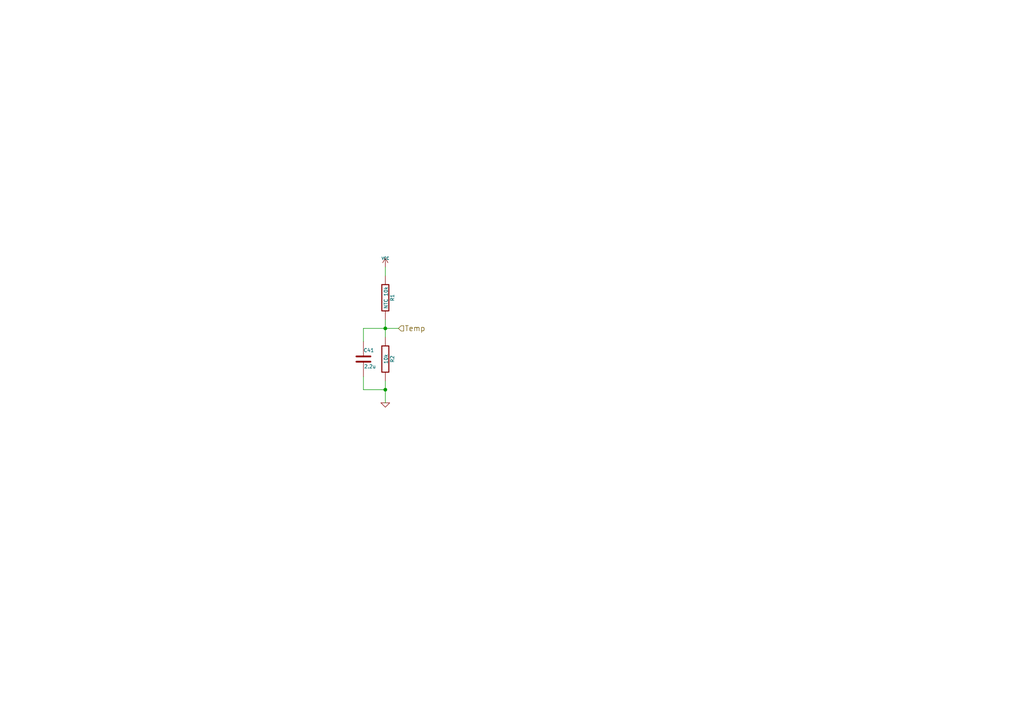
<source format=kicad_sch>
(kicad_sch (version 20211123) (generator eeschema)
  (paper "A4")
  (title_block (title "BLDC Driver 4.11") (date "21 aug 2015") (rev "4.12") (company "Benjamin Vedder"))
  (lib_symbols
    (symbol "BLDC_4-rescue:C-RESCUE-BLDC_4" (pin_numbers hide) (pin_names (offset 0.254))
      (property "Reference" "C" (at 0 2.54 0))
      (property "Value" "C-RESCUE-BLDC_4" (at 0.1524 -2.159 0))
      (symbol "C-RESCUE-BLDC_4_0_1"
        (polyline (pts (xy -2.032 -0.762) (xy 2.032 -0.762)) (stroke (width 0.508)))
        (polyline (pts (xy -2.032 0.762) (xy 2.032 0.762)) (stroke (width 0.508)))
      )
      (symbol "C-RESCUE-BLDC_4_1_1"
        (pin passive line (at 0 5.08 270) (length 4.318) (name "~") (number "1"))
        (pin passive line (at 0 -5.08 90) (length 4.318) (name "~") (number "2"))
      )
    )
    (symbol "BLDC_4-rescue:GND-RESCUE-BLDC_4" (power) (pin_names (offset 0))
      (symbol "GND-RESCUE-BLDC_4_0_1"
        (polyline (pts (xy -1.27 0) (xy 0 -1.27) (xy 1.27 0) (xy -1.27 0)))
      )
      (symbol "GND-RESCUE-BLDC_4_1_1"
        (pin power_in line (at 0 0 90) (length 0) hide (name "GND") (number "1"))
      )
    )
    (symbol "BLDC_4-rescue:R-RESCUE-BLDC_4" (pin_numbers hide) (pin_names (offset 0))
      (property "Reference" "R" (at 2.032 0 90))
      (property "Value" "R-RESCUE-BLDC_4" (at 0.1778 0.0254 90))
      (symbol "R-RESCUE-BLDC_4_0_1"
        (rectangle (start -1.016 3.81) (end 1.016 -3.81) (stroke (width 0.3048)))
      )
      (symbol "R-RESCUE-BLDC_4_1_1"
        (pin passive line (at 0 6.35 270) (length 2.54) (name "~") (number "1"))
        (pin passive line (at 0 -6.35 90) (length 2.54) (name "~") (number "2"))
      )
    )
    (symbol "power:VCC" (power) (pin_names (offset 0))
      (property "Value" "VCC" (at 0 3.81 0))
      (symbol "VCC_0_1"
        (polyline (pts (xy -0.762 1.27) (xy 0 2.54)))
        (polyline (pts (xy 0 0) (xy 0 2.54)))
        (polyline (pts (xy 0 2.54) (xy 0.762 1.27)))
      )
      (symbol "VCC_1_1"
        (pin power_in line (at 0 0 90) (length 0) hide (name "VCC") (number "1"))
      )
    )
  )
  (junction (at 111.76 95.25))
  (junction (at 111.76 113.03))
  (wire (pts (xy 105.41 95.25) (xy 105.41 99.06)))
  (wire (pts (xy 111.76 113.03) (xy 111.76 116.84)))
  (wire (pts (xy 111.76 110.49) (xy 111.76 113.03)))
  (wire (pts (xy 105.41 109.22) (xy 105.41 113.03)))
  (wire (pts (xy 111.76 95.25) (xy 111.76 97.79)))
  (wire (pts (xy 111.76 92.71) (xy 111.76 95.25)))
  (wire (pts (xy 105.41 113.03) (xy 111.76 113.03)))
  (wire (pts (xy 111.76 77.47) (xy 111.76 80.01)))
  (wire (pts (xy 111.76 95.25) (xy 115.57 95.25)))
  (wire (pts (xy 105.41 95.25) (xy 111.76 95.25)))
  (hierarchical_label "Temp" (shape input) (at 115.57 95.25 0) (effects (font (size 1.524 1.524))))
  (symbol (lib_id "BLDC_4-rescue:R-RESCUE-BLDC_4") (at 111.76 86.36 0) (unit 1)
    (property "Reference" "R1" (at 113.792 86.36 90) (effects (font (size 1.016 1.016))))
    (property "Value" "NTC 10k" (at 111.9378 86.3346 90) (effects (font (size 1.016 1.016))))
    (property "Footprint" "CRF1:SMD-0603_r" (effects hide))
  )
  (symbol (lib_id "BLDC_4-rescue:R-RESCUE-BLDC_4") (at 111.76 104.14 0) (unit 1)
    (property "Reference" "R2" (at 113.792 104.14 90) (effects (font (size 1.016 1.016))))
    (property "Value" "10k" (at 111.9378 104.1146 90) (effects (font (size 1.016 1.016))))
    (property "Footprint" "CRF1:SMD-0603_r" (effects hide))
  )
  (symbol (lib_id "BLDC_4-rescue:C-RESCUE-BLDC_4") (at 105.41 104.14 0) (unit 1)
    (property "Reference" "C41" (at 105.41 101.6 0) (effects (font (size 1.016 1.016)) (justify left)))
    (property "Value" "2.2u" (at 105.5624 106.299 0) (effects (font (size 1.016 1.016)) (justify left)))
    (property "Footprint" "CRF1:SMD-0603_c" (effects hide))
  )
  (symbol (lib_id "power:VCC") (at 111.76 77.47 0) (unit 1)
    (property "Reference" "#PWR023" (effects hide))
    (property "Value" "VCC" (at 111.76 74.93 0) (effects (font (size 0.762 0.762))))
  )
  (symbol (lib_id "BLDC_4-rescue:GND-RESCUE-BLDC_4") (at 111.76 116.84 0) (unit 1)
    (property "Reference" "#PWR024" (effects hide))
    (property "Value" "GND" (effects hide))
  )
)
</source>
